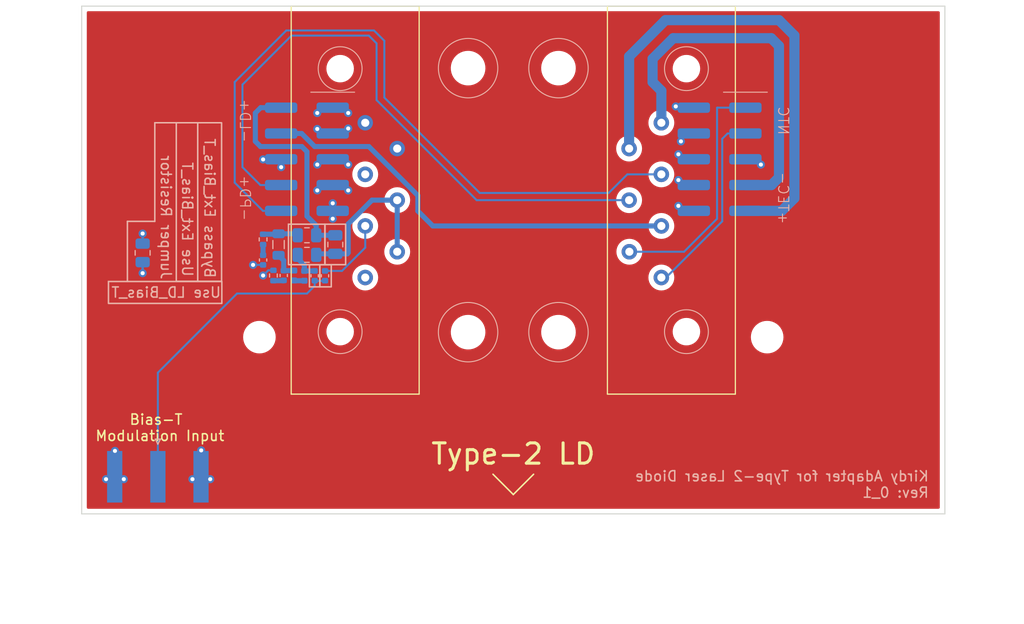
<source format=kicad_pcb>
(kicad_pcb (version 20221018) (generator pcbnew)
  (layers (0 "F.Cu" signal) (31 "B.Cu" signal) (34 "B.Paste" user) (35 "F.Paste" user) (36 "B.SilkS" user "B.Silkscreen") (37 "F.SilkS" user "F.Silkscreen") (38 "B.Mask" user) (39 "F.Mask" user) (44 "Edge.Cuts" user))
  (net 0 "")
  (net 1 "GND")
  (net 2 "/TEC+")
  (net 3 "/NTC+")
  (net 4 "/NTC-")
  (net 5 "/LD+")
  (net 6 "/TEC-")
  (net 7 "/PD-")
  (net 8 "/PD+")
  (net 9 "/LD-")
  (net 10 "/Mod_IN")
  (net 11 "/kirdy_LD+")
  (net 13 "/Butterfly_Mount_Mod_In")
  (net 15 "Net-(C2-Pad1)")
  (net 16 "Net-(C3-Pad1)")
  (net 17 "Net-(C3-Pad2)")
  (net 18 "Net-(L2-Pad2)")
  (net 19 "Net-(L3-Pad1)")
  (net 20 "Net-(C4-Pad1)")
  (footprint "MountingHole:MountingHole_2.7mm_M2.5" (layer "F.Cu") (at -25 17.5 180)
    (fp_text reference "H2" hide)
    (fp_text value "M2.5")
    (pad "" np_thru_hole circle (at 0 0 180) (size 2.7 2.7) (drill 2.7) (layers "*.Cu" "*.Mask"))
  )
  (footprint "laserSocket:Butterfly_Socket" (layer "F.Cu") (at 0 4.01 180)
    (fp_text reference "J3" hide)
    (fp_text value "Butterfly_Socket")
    (fp_circle (center -17.05 -12.95) (end -14.89 -12.95) (stroke (width 0.1)) (fill none) (layer "B.SilkS"))
    (fp_circle (center -17.05 12.95) (end -14.89 12.95) (stroke (width 0.1)) (fill none) (layer "B.SilkS"))
    (fp_circle (center -4.45 -13) (end -1.525 -13) (stroke (width 0.1)) (fill none) (layer "B.SilkS"))
    (fp_circle (center -4.45 13) (end -1.525 13) (stroke (width 0.1)) (fill none) (layer "B.SilkS"))
    (fp_circle (center 4.45 -13) (end 7.375 -13) (stroke (width 0.1)) (fill none) (layer "B.SilkS"))
    (fp_circle (center 4.45 13) (end 7.375 13) (stroke (width 0.1)) (fill none) (layer "B.SilkS"))
    (fp_circle (center 17.05 -12.95) (end 19.21 -12.95) (stroke (width 0.1)) (fill none) (layer "B.SilkS"))
    (fp_circle (center 17.05 12.95) (end 19.21 12.95) (stroke (width 0.1)) (fill none) (layer "B.SilkS"))
    (fp_line (start -21.87 -19.1) (end -21.87 19.1) (stroke (width 0.12)) (layer "F.SilkS"))
    (fp_line (start -21.87 19.1) (end -9.27 19.1) (stroke (width 0.12)) (layer "F.SilkS"))
    (fp_line (start -9.27 -19.1) (end -21.87 -19.1) (stroke (width 0.12)) (layer "F.SilkS"))
    (fp_line (start -9.27 19.1) (end -9.27 -19.1) (stroke (width 0.12)) (layer "F.SilkS"))
    (fp_line (start 9.27 -19.1) (end 21.87 -19.1) (stroke (width 0.12)) (layer "F.SilkS"))
    (fp_line (start 9.27 19.1) (end 9.27 -19.1) (stroke (width 0.12)) (layer "F.SilkS"))
    (fp_line (start 21.87 -19.1) (end 21.87 19.1) (stroke (width 0.12)) (layer "F.SilkS"))
    (fp_line (start 21.87 19.1) (end 9.27 19.1) (stroke (width 0.12)) (layer "F.SilkS"))
    (pad "" np_thru_hole circle locked (at -17.05 -12.95 180) (size 2.2 2.2) (drill 2.2) (layers "F&B.Cu" "*.Mask"))
    (pad "" np_thru_hole circle locked (at -17.05 12.95 180) (size 2.2 2.2) (drill 2.2) (layers "F&B.Cu" "*.Mask"))
    (pad "" np_thru_hole circle locked (at -4.45 -13 180) (size 2.9 2.9) (drill 2.9) (layers "F&B.Cu" "*.Mask"))
    (pad "" np_thru_hole circle locked (at -4.45 13 180) (size 2.9 2.9) (drill 2.9) (layers "F&B.Cu" "*.Mask"))
    (pad "" np_thru_hole circle locked (at 4.45 -13 180) (size 2.9 2.9) (drill 2.9) (layers "F&B.Cu" "*.Mask"))
    (pad "" np_thru_hole circle locked (at 4.45 13 180) (size 2.9 2.9) (drill 2.9) (layers "F&B.Cu" "*.Mask"))
    (pad "" np_thru_hole circle locked (at 17.05 -12.95 180) (size 2.2 2.2) (drill 2.2) (layers "F&B.Cu" "*.Mask"))
    (pad "" np_thru_hole circle locked (at 17.05 12.95 180) (size 2.2 2.2) (drill 2.2) (layers "F&B.Cu" "*.Mask"))
    (pad "1" thru_hole circle locked (at -14.58 -7.62 180) (size 1.524 1.524) (drill 0.8) (layers "*.Cu" "*.Mask") (net 3 "/NTC+"))
    (pad "2" thru_hole circle locked (at -11.43 -5.08 180) (size 1.524 1.524) (drill 0.8) (layers "*.Cu" "*.Mask") (net 4 "/NTC-"))
    (pad "3" thru_hole circle locked (at -14.58 -2.54 180) (size 1.524 1.524) (drill 0.8) (layers "*.Cu" "*.Mask") (net 9 "/LD-"))
    (pad "4" thru_hole circle locked (at -11.405 0 180) (size 1.524 1.524) (drill 0.8) (layers "*.Cu" "*.Mask") (net 8 "/PD+"))
    (pad "5" thru_hole circle locked (at -14.58 2.54 180) (size 1.524 1.524) (drill 0.8) (layers "*.Cu" "*.Mask") (net 7 "/PD-"))
    (pad "6" thru_hole circle locked (at -11.405 5.08 180) (size 1.524 1.524) (drill 0.8) (layers "*.Cu" "*.Mask") (net 2 "/TEC+"))
    (pad "7" thru_hole circle locked (at -14.58 7.62 180) (size 1.524 1.524) (drill 0.8) (layers "*.Cu" "*.Mask") (net 6 "/TEC-"))
    (pad "8" thru_hole circle locked (at 14.58 7.62 180) (size 1.524 1.524) (drill 0.8) (layers "*.Cu" "*.Mask") (net 1 "GND"))
    (pad "9" thru_hole circle locked (at 11.43 5.08 180) (size 1.524 1.524) (drill 0.8) (layers "*.Cu" "*.Mask") (net 1 "GND"))
    (pad "10" thru_hole circle locked (at 14.58 2.54 180) (size 1.524 1.524) (drill 0.8) (layers "*.Cu" "*.Mask"))
    (pad "11" thru_hole circle locked (at 11.43 0 180) (size 1.524 1.524) (drill 0.8) (layers "*.Cu" "*.Mask") (net 5 "/LD+"))
    (pad "12" thru_hole circle locked (at 14.58 -2.54 180) (size 1.524 1.524) (drill 0.8) (layers "*.Cu" "*.Mask") (net 13 "/Butterfly_Mount_Mod_In"))
    (pad "13" thru_hole circle locked (at 11.43 -5.08 180) (size 1.524 1.524) (drill 0.8) (layers "*.Cu" "*.Mask") (net 5 "/LD+"))
    (pad "14" thru_hole circle locked (at 14.58 -7.62 180) (size 1.524 1.524) (drill 0.8) (layers "*.Cu" "*.Mask"))
  )
  (footprint "MountingHole:MountingHole_2.7mm_M2.5" (layer "F.Cu") (at 25 17.5)
    (fp_text reference "H1" hide)
    (fp_text value "M2.5")
    (pad "" np_thru_hole circle (at 0 0) (size 2.7 2.7) (drill 2.7) (layers "*.Cu" "*.Mask"))
  )
  (footprint "Capacitor_SMD:C_0402_1005Metric" (layer "B.Cu") (at -19.558 11.458 -90)
    (fp_text reference "C4" hide)
    (fp_text value "10n RF")
    (fp_line (start -0.107836 -0.36) (end 0.107836 -0.36) (stroke (width 0.12)) (layer "B.SilkS"))
    (fp_line (start -0.107836 0.36) (end 0.107836 0.36) (stroke (width 0.12)) (layer "B.SilkS"))
    (pad "1" smd roundrect (at -0.48 0 270) (size 0.56 0.62) (layers "B.Cu" "B.Paste" "B.Mask") (net 20 "Net-(C4-Pad1)"))
    (pad "2" smd roundrect (at 0.48 0 270) (size 0.56 0.62) (layers "B.Cu" "B.Paste" "B.Mask") (net 10 "/Mod_IN"))
  )
  (footprint "Capacitor_SMD:C_0402_1005Metric" (layer "B.Cu") (at -22.606 11.43 -90)
    (fp_text reference "C3" hide)
    (fp_text value "100p")
    (fp_line (start -0.107836 -0.36) (end 0.107836 -0.36) (stroke (width 0.12)) (layer "B.SilkS"))
    (fp_line (start -0.107836 0.36) (end 0.107836 0.36) (stroke (width 0.12)) (layer "B.SilkS"))
    (pad "1" smd roundrect (at -0.48 0 270) (size 0.56 0.62) (layers "B.Cu" "B.Paste" "B.Mask") (net 16 "Net-(C3-Pad1)"))
    (pad "2" smd roundrect (at 0.48 0 270) (size 0.56 0.62) (layers "B.Cu" "B.Paste" "B.Mask") (net 17 "Net-(C3-Pad2)"))
  )
  (footprint "laserSocket:BG120-10-A-0-N-D" (layer "B.Cu") (at -20.3222 -0.0168 180)
    (fp_text reference "J5" hide)
    (fp_text value "BG120-10-A-0-N-D")
    (fp_line (start -4.699 6.604) (end -0.381 6.604) (stroke (width 0.1)) (layer "B.SilkS"))
    (pad "1" smd roundrect locked (at -2.54 5.08 90) (size 1.02 3.185) (layers "B.Cu" "B.Paste" "B.Mask") (net 1 "GND"))
    (pad "2" smd roundrect locked (at 2.54 5.08 90) (size 1.02 3.185) (layers "B.Cu" "B.Paste" "B.Mask") (net 11 "/kirdy_LD+"))
    (pad "3" smd roundrect locked (at -2.54 2.54 90) (size 1.02 3.185) (layers "B.Cu" "B.Paste" "B.Mask") (net 1 "GND"))
    (pad "4" smd roundrect locked (at 2.54 2.54 90) (size 1.02 3.185) (layers "B.Cu" "B.Paste" "B.Mask") (net 9 "/LD-"))
    (pad "5" smd roundrect locked (at -2.54 0 90) (size 1.02 3.185) (layers "B.Cu" "B.Paste" "B.Mask") (net 1 "GND"))
    (pad "6" smd roundrect locked (at 2.54 0 90) (size 1.02 3.185) (layers "B.Cu" "B.Paste" "B.Mask") (net 1 "GND"))
    (pad "7" smd roundrect locked (at -2.54 -2.54 90) (size 1.02 3.185) (layers "B.Cu" "B.Paste" "B.Mask") (net 1 "GND"))
    (pad "8" smd roundrect locked (at 2.54 -2.54 90) (size 1.02 3.185) (layers "B.Cu" "B.Paste" "B.Mask") (net 8 "/PD+"))
    (pad "9" smd roundrect locked (at -2.54 -5.08 90) (size 1.02 3.185) (layers "B.Cu" "B.Paste" "B.Mask") (net 1 "GND"))
    (pad "10" smd roundrect locked (at 2.54 -5.08 90) (size 1.02 3.185) (layers "B.Cu" "B.Paste" "B.Mask") (net 7 "/PD-"))
  )
  (footprint "laserSocket:BG120-10-A-0-N-D" (layer "B.Cu") (at 20.3178 -0.0168 180)
    (fp_text reference "J1" hide)
    (fp_text value "BG120-10-A-0-N-D")
    (fp_line (start -4.699 6.604) (end -0.381 6.604) (stroke (width 0.1)) (layer "B.SilkS"))
    (pad "1" smd roundrect locked (at -2.54 5.08 90) (size 1.02 3.185) (layers "B.Cu" "B.Paste" "B.Mask") (net 4 "/NTC-"))
    (pad "2" smd roundrect locked (at 2.54 5.08 90) (size 1.02 3.185) (layers "B.Cu" "B.Paste" "B.Mask") (net 1 "GND"))
    (pad "3" smd roundrect locked (at -2.54 2.54 90) (size 1.02 3.185) (layers "B.Cu" "B.Paste" "B.Mask") (net 3 "/NTC+"))
    (pad "4" smd roundrect locked (at 2.54 2.54 90) (size 1.02 3.185) (layers "B.Cu" "B.Paste" "B.Mask") (net 1 "GND"))
    (pad "5" smd roundrect locked (at -2.54 0 90) (size 1.02 3.185) (layers "B.Cu" "B.Paste" "B.Mask") (net 1 "GND"))
    (pad "6" smd roundrect locked (at 2.54 0 90) (size 1.02 3.185) (layers "B.Cu" "B.Paste" "B.Mask") (net 1 "GND"))
    (pad "7" smd roundrect locked (at -2.54 -2.54 90) (size 1.02 3.185) (layers "B.Cu" "B.Paste" "B.Mask") (net 6 "/TEC-"))
    (pad "8" smd roundrect locked (at 2.54 -2.54 90) (size 1.02 3.185) (layers "B.Cu" "B.Paste" "B.Mask") (net 1 "GND"))
    (pad "9" smd roundrect locked (at -2.54 -5.08 90) (size 1.02 3.185) (layers "B.Cu" "B.Paste" "B.Mask") (net 2 "/TEC+"))
    (pad "10" smd roundrect locked (at 2.54 -5.08 90) (size 1.02 3.185) (layers "B.Cu" "B.Paste" "B.Mask") (net 1 "GND"))
  )
  (footprint "Resistor_SMD:R_0805_2012Metric" (layer "B.Cu") (at -36.5 9.2 -90)
    (fp_text reference "R2" hide)
    (fp_text value "0")
    (fp_line (start -0.227064 -0.735) (end 0.227064 -0.735) (stroke (width 0.12)) (layer "B.SilkS"))
    (fp_line (start -0.227064 0.735) (end 0.227064 0.735) (stroke (width 0.12)) (layer "B.SilkS"))
    (pad "1" smd roundrect (at -0.9125 0 270) (size 1.025 1.4) (layers "B.Cu" "B.Paste" "B.Mask") (roundrect_rratio 0.243902) (net 1 "GND"))
    (pad "2" smd roundrect (at 0.9125 0 270) (size 1.025 1.4) (layers "B.Cu" "B.Paste" "B.Mask") (roundrect_rratio 0.243902) (net 1 "GND"))
  )
  (footprint "Capacitor_SMD:C_0402_1005Metric" (layer "B.Cu") (at -18.542 11.458 -90)
    (fp_text reference "C1" hide)
    (fp_text value "10n RF")
    (fp_line (start -0.107836 -0.36) (end 0.107836 -0.36) (stroke (width 0.12)) (layer "B.SilkS"))
    (fp_line (start -0.107836 0.36) (end 0.107836 0.36) (stroke (width 0.12)) (layer "B.SilkS"))
    (pad "1" smd roundrect (at -0.48 0 270) (size 0.56 0.62) (layers "B.Cu" "B.Paste" "B.Mask") (net 13 "/Butterfly_Mount_Mod_In"))
    (pad "2" smd roundrect (at 0.48 0 270) (size 0.56 0.62) (layers "B.Cu" "B.Paste" "B.Mask") (net 10 "/Mod_IN"))
  )
  (footprint "Resistor_SMD:R_0402_1005Metric" (layer "B.Cu") (at -24.638 7.874 -90)
    (fp_text reference "R5" hide)
    (fp_text value "0")
    (fp_line (start -0.153641 -0.38) (end 0.153641 -0.38) (stroke (width 0.12)) (layer "B.SilkS"))
    (fp_line (start -0.153641 0.38) (end 0.153641 0.38) (stroke (width 0.12)) (layer "B.SilkS"))
    (pad "1" smd roundrect (at -0.51 0 270) (size 0.54 0.64) (layers "B.Cu" "B.Paste" "B.Mask") (net 18 "Net-(L2-Pad2)"))
    (pad "2" smd roundrect (at 0.51 0 270) (size 0.54 0.64) (layers "B.Cu" "B.Paste" "B.Mask") (net 15 "Net-(C2-Pad1)"))
  )
  (footprint "Resistor_SMD:R_0402_1005Metric" (layer "B.Cu") (at -23.622 11.43 90)
    (fp_text reference "R6" hide)
    (fp_text value "340")
    (fp_line (start -0.153641 -0.38) (end 0.153641 -0.38) (stroke (width 0.12)) (layer "B.SilkS"))
    (fp_line (start -0.153641 0.38) (end 0.153641 0.38) (stroke (width 0.12)) (layer "B.SilkS"))
    (pad "1" smd roundrect (at -0.51 0 90) (size 0.54 0.64) (layers "B.Cu" "B.Paste" "B.Mask") (net 17 "Net-(C3-Pad2)"))
    (pad "2" smd roundrect (at 0.51 0 90) (size 0.54 0.64) (layers "B.Cu" "B.Paste" "B.Mask") (net 1 "GND"))
  )
  (footprint "Resistor_SMD:R_0805_2012Metric" (layer "B.Cu") (at -20.32 7.4676 180)
    (fp_text reference "R8" hide)
    (fp_text value "0")
    (fp_line (start -0.227064 -0.735) (end 0.227064 -0.735) (stroke (width 0.12)) (layer "B.SilkS"))
    (fp_line (start -0.227064 0.735) (end 0.227064 0.735) (stroke (width 0.12)) (layer "B.SilkS"))
    (pad "1" smd roundrect (at -0.9125 0 180) (size 1.025 1.4) (layers "B.Cu" "B.Paste" "B.Mask") (roundrect_rratio 0.243902) (net 11 "/kirdy_LD+"))
    (pad "2" smd roundrect (at 0.9125 0 180) (size 1.025 1.4) (layers "B.Cu" "B.Paste" "B.Mask") (roundrect_rratio 0.243902) (net 18 "Net-(L2-Pad2)"))
  )
  (footprint "Inductor_SMD:L_0805_2012Metric" (layer "B.Cu") (at -23.114 8.382 90)
    (fp_text reference "L2" hide)
    (fp_text value "1uH")
    (fp_line (start -0.399622 -0.56) (end 0.399622 -0.56) (stroke (width 0.12)) (layer "B.SilkS"))
    (fp_line (start -0.399622 0.56) (end 0.399622 0.56) (stroke (width 0.12)) (layer "B.SilkS"))
    (pad "1" smd roundrect (at -1.0625 0 90) (size 0.875 1.2) (layers "B.Cu" "B.Paste" "B.Mask") (net 16 "Net-(C3-Pad1)"))
    (pad "2" smd roundrect (at 1.0625 0 90) (size 0.875 1.2) (layers "B.Cu" "B.Paste" "B.Mask") (net 18 "Net-(L2-Pad2)"))
  )
  (footprint "Resistor_SMD:R_0805_2012Metric" (layer "B.Cu") (at -17.526 8.382 -90)
    (fp_text reference "R7" hide)
    (fp_text value "0")
    (fp_line (start -0.227064 -0.735) (end 0.227064 -0.735) (stroke (width 0.12)) (layer "B.SilkS"))
    (fp_line (start -0.227064 0.735) (end 0.227064 0.735) (stroke (width 0.12)) (layer "B.SilkS"))
    (pad "1" smd roundrect (at -0.9125 0 270) (size 1.025 1.4) (layers "B.Cu" "B.Paste" "B.Mask") (roundrect_rratio 0.243902) (net 11 "/kirdy_LD+"))
    (pad "2" smd roundrect (at 0.9125 0 270) (size 1.025 1.4) (layers "B.Cu" "B.Paste" "B.Mask") (roundrect_rratio 0.243902) (net 5 "/LD+"))
  )
  (footprint "Connector_Coaxial:SMA_Amphenol_132289_EdgeMount" (layer "B.Cu") (at -35 31.25 -90)
    (fp_text reference "J4" hide)
    (fp_text value "Conn_Coaxial")
    (fp_line (start -3.71 -0.25) (end -3.21 0) (stroke (width 0.12)) (layer "B.SilkS"))
    (fp_line (start -3.71 0.25) (end -3.71 -0.25) (stroke (width 0.12)) (layer "B.SilkS"))
    (fp_line (start -3.21 0) (end -3.71 0.25) (stroke (width 0.12)) (layer "B.SilkS"))
    (pad "1" smd rect (at 0 0 180) (size 1.5 5.08) (layers "B.Cu" "B.Paste" "B.Mask") (net 10 "/Mod_IN"))
    (pad "2" smd rect (at 0 -4.25 180) (size 1.5 5.08) (layers "F.Cu" "F.Paste" "F.Mask") (net 1 "GND"))
    (pad "2" smd rect (at 0 -4.25 180) (size 1.5 5.08) (layers "B.Cu" "B.Paste" "B.Mask") (net 1 "GND"))
    (pad "2" smd rect (at 0 4.25 180) (size 1.5 5.08) (layers "F.Cu" "F.Paste" "F.Mask") (net 1 "GND"))
    (pad "2" smd rect (at 0 4.25 180) (size 1.5 5.08) (layers "B.Cu" "B.Paste" "B.Mask") (net 1 "GND"))
  )
  (footprint "Inductor_SMD:L_0402_1005Metric" (layer "B.Cu") (at -21.59 11.43 90)
    (fp_text reference "L3" hide)
    (fp_text value "56n")
    (pad "1" smd roundrect (at -0.485 0 90) (size 0.59 0.64) (layers "B.Cu" "B.Paste" "B.Mask") (net 19 "Net-(L3-Pad1)"))
    (pad "2" smd roundrect (at 0.485 0 90) (size 0.59 0.64) (layers "B.Cu" "B.Paste" "B.Mask") (net 16 "Net-(C3-Pad1)"))
  )
  (footprint "laserSocket:kirdy_socket" (layer "B.Cu") (at 0 0 180)
    (fp_text reference "J2" hide)
    (fp_text value "kirdy")
    (fp_text user "+TEC-" (at -26 -3.81 270 unlocked) (layer "B.SilkS") (effects (font (thickness 0.1)) (justify bottom mirror)))
    (fp_text user "-PD+" (at 27 -3.81 270 unlocked) (layer "B.SilkS") (effects (font (thickness 0.1)) (justify bottom mirror)))
    (fp_text user "NTC" (at -26 3.81 270 unlocked) (layer "B.SilkS") (effects (font (thickness 0.1)) (justify bottom mirror)))
    (fp_text user "-LD+" (at 27 3.81 270 unlocked) (layer "B.SilkS") (effects (font (thickness 0.1)) (justify bottom mirror)))
  )
  (footprint "Inductor_SMD:L_0402_1005Metric" (layer "B.Cu") (at -20.574 11.458 -90)
    (fp_text reference "L4" hide)
    (fp_text value "56n")
    (pad "1" smd roundrect (at -0.485 0 270) (size 0.59 0.64) (layers "B.Cu" "B.Paste" "B.Mask") (net 20 "Net-(C4-Pad1)"))
    (pad "2" smd roundrect (at 0.485 0 270) (size 0.59 0.64) (layers "B.Cu" "B.Paste" "B.Mask") (net 19 "Net-(L3-Pad1)"))
  )
  (footprint "Resistor_SMD:R_0805_2012Metric" (layer "B.Cu") (at -20.32 9.398 180)
    (fp_text reference "R1" hide)
    (fp_text value "0")
    (fp_line (start -0.227064 -0.735) (end 0.227064 -0.735) (stroke (width 0.12)) (layer "B.SilkS"))
    (fp_line (start -0.227064 0.735) (end 0.227064 0.735) (stroke (width 0.12)) (layer "B.SilkS"))
    (pad "1" smd roundrect (at -0.9125 0 180) (size 1.025 1.4) (layers "B.Cu" "B.Paste" "B.Mask") (roundrect_rratio 0.243902) (net 5 "/LD+"))
    (pad "2" smd roundrect (at 0.9125 0 180) (size 1.025 1.4) (layers "B.Cu" "B.Paste" "B.Mask") (roundrect_rratio 0.243902) (net 20 "Net-(C4-Pad1)"))
  )
  (footprint "Capacitor_SMD:C_0402_1005Metric" (layer "B.Cu") (at -24.638 9.906 -90)
    (fp_text reference "C2" hide)
    (fp_text value "10n")
    (fp_line (start -0.107836 -0.36) (end 0.107836 -0.36) (stroke (width 0.12)) (layer "B.SilkS"))
    (fp_line (start -0.107836 0.36) (end 0.107836 0.36) (stroke (width 0.12)) (layer "B.SilkS"))
    (pad "1" smd roundrect (at -0.48 0 270) (size 0.56 0.62) (layers "B.Cu" "B.Paste" "B.Mask") (net 15 "Net-(C2-Pad1)"))
    (pad "2" smd roundrect (at 0.48 0 270) (size 0.56 0.62) (layers "B.Cu" "B.Paste" "B.Mask") (net 1 "GND"))
  )
  (gr_line (start -35.3 6.1) (end -35.3 -3.612) (stroke (width 0.15)) (layer "B.SilkS"))
  (gr_line (start -35.3 -3.612) (end -33.1848 -3.612) (stroke (width 0.15)) (layer "B.SilkS"))
  (gr_rect (start -18.542 6.3768) (end -16.51 10.3632) (stroke (width 0.15)) (fill none) (layer "B.SilkS"))
  (gr_rect (start -22.1368 6.3768) (end -18.5548 10.3632) (stroke (width 0.15)) (fill none) (layer "B.SilkS"))
  (gr_line (start -38 6.1) (end -35.3 6.1) (stroke (width 0.15)) (layer "B.SilkS"))
  (gr_rect (start -31.0744 -3.612) (end -28.7256 12) (stroke (width 0.15)) (fill none) (layer "B.SilkS"))
  (gr_line (start -38 12) (end -38 6.1) (stroke (width 0.15)) (layer "B.SilkS"))
  (gr_rect (start -19.05 10.375) (end -17.925 12.55) (stroke (width 0.15)) (fill none) (layer "B.SilkS"))
  (gr_rect (start -20.075 10.375) (end -19.05 12.55) (stroke (width 0.15)) (fill none) (layer "B.SilkS"))
  (gr_rect (start -33.1848 -3.612) (end -31.0744 12) (stroke (width 0.15)) (fill none) (layer "B.SilkS"))
  (gr_rect (start -39.8644 12.0212) (end -28.7 14.1788) (stroke (width 0.15)) (fill none) (layer "B.SilkS"))
  (gr_line (start 0 33) (end 2 31) (stroke (width 0.15)) (layer "F.SilkS"))
  (gr_line (start 0 33) (end -2 31) (stroke (width 0.15)) (layer "F.SilkS"))
  (gr_line (start -42.5 34.9032) (end 42.5 34.9032) (stroke (width 0.1)) (layer "Edge.Cuts"))
  (gr_line (start 42.5 -15.0968) (end -42.5 -15.0968) (stroke (width 0.1)) (layer "Edge.Cuts"))
  (gr_line (start -42.5 -15.0968) (end -42.5 34.9032) (stroke (width 0.1)) (layer "Edge.Cuts"))
  (gr_line (start 42.5 34.9032) (end 42.5 -15.0968) (stroke (width 0.1)) (layer "Edge.Cuts"))
  (gr_text "Jumper Resistor" (at -34.2 5.7 -90) (layer "B.SilkS") (effects (font (size 1 1)) (justify mirror)))
  (gr_text "Use Ext_Bias_T" (at -32.1024 11.618 270) (layer "B.SilkS") (effects (font (size 1 1)) (justify left mirror)))
  (gr_text "Bypass Ext_Bias_T" (at -29.9 4.8 270) (layer "B.SilkS") (effects (font (size 1 1)) (justify mirror)))
  (gr_text "Use LD_Bias_T" (at -28.7 13.1) (layer "B.SilkS") (effects (font (size 1 1)) (justify left mirror)))
  (gr_text "Kirdy Adapter for Type-2 Laser Diode\nRev: 0_1" (at 41 32) (layer "B.SilkS") (effects (font (size 1 1)) (justify left mirror)))
  (gr_text "Type-2 LD" (at 0 29) (layer "F.SilkS") (effects (font (size 2 2) (thickness 0.3))))
  (gr_text "Bias-T \nModulation Input" (at -34.798 26.416) (layer "F.SilkS") (effects (font (size 1 1))))
  (via (at -16.256 3.048) (size 0.8) (drill 0.4) (layers "F.Cu" "B.Cu") (net 1))
  (via (at -31.5952 31.4872) (size 0.8) (drill 0.4) (layers "F.Cu" "B.Cu") (net 1))
  (via (at -39.2266 28.702) (size 0.8) (drill 0.4) (layers "F.Cu" "B.Cu") (net 1))
  (via (at 16.256 2.032) (size 0.8) (drill 0.4) (layers "F.Cu" "B.Cu") (net 1))
  (via (at -38.3542 31.4872) (size 0.8) (drill 0.4) (layers "F.Cu" "B.Cu") (net 1))
  (via (at -19.304 -4.572) (size 0.8) (drill 0.4) (layers "F.Cu" "B.Cu") (net 1))
  (via (at 16 -5.2195) (size 0.8) (drill 0.4) (layers "F.Cu" "B.Cu") (net 1))
  (via (at -22.86 0.762) (size 0.8) (drill 0.4) (layers "F.Cu" "B.Cu") (net 1))
  (via (at 24.384 0.508) (size 0.8) (drill 0.4) (layers "F.Cu" "B.Cu") (net 1))
  (via (at -17.78 4.318) (size 0.8) (drill 0.4) (layers "F.Cu" "B.Cu") (net 1))
  (via (at -30.734 28.6512) (size 0.8) (drill 0.4) (layers "F.Cu" "B.Cu") (net 1))
  (via (at 16.51 -1.778) (size 0.8) (drill 0.4) (layers "F.Cu" "B.Cu") (net 1))
  (via (at -24.638 11.43) (size 0.8) (drill 0.4) (layers "F.Cu" "B.Cu") (net 1))
  (via (at -19.304 3.048) (size 0.8) (drill 0.4) (layers "F.Cu" "B.Cu") (net 1))
  (via (at -24.638 0) (size 0.8) (drill 0.4) (layers "F.Cu" "B.Cu") (net 1))
  (via (at -19.304 -3) (size 0.8) (drill 0.4) (layers "F.Cu" "B.Cu") (net 1))
  (via (at -29.8452 31.4872) (size 0.8) (drill 0.4) (layers "F.Cu" "B.Cu") (net 1))
  (via (at -25.626 10.386) (size 0.8) (drill 0.4) (layers "F.Cu" "B.Cu") (net 1))
  (via (at -17.78 5.842) (size 0.8) (drill 0.4) (layers "F.Cu" "B.Cu") (net 1))
  (via (at -36.5 7.3) (size 0.8) (drill 0.4) (layers "F.Cu" "B.Cu") (net 1))
  (via (at -19.304 0.508) (size 0.8) (drill 0.4) (layers "F.Cu" "B.Cu") (net 1))
  (via (at -16.256 -3.048) (size 0.8) (drill 0.4) (layers "F.Cu" "B.Cu") (net 1))
  (via (at 16.256 -0.508) (size 0.8) (drill 0.4) (layers "F.Cu" "B.Cu") (net 1))
  (via (at -16.256 -4.572) (size 0.8) (drill 0.4) (layers "F.Cu" "B.Cu") (net 1))
  (via (at -16.256 0.508) (size 0.8) (drill 0.4) (layers "F.Cu" "B.Cu") (net 1))
  (via (at -40.1042 31.4872) (size 0.8) (drill 0.4) (layers "F.Cu" "B.Cu") (net 1))
  (via (at -36.5 11.2) (size 0.8) (drill 0.4) (layers "F.Cu" "B.Cu") (net 1))
  (via (at 16.256 4.572) (size 0.8) (drill 0.4) (layers "F.Cu" "B.Cu") (net 1))
  (segment (start -36.5 10.1125) (end -36.5 11.2) (width 0.25) (layer "B.Cu") (net 1))
  (segment (start -24.638 11.43) (end -24.128 10.92) (width 0.2) (layer "B.Cu") (net 1))
  (segment (start -36.5 8.2875) (end -36.5 7.3) (width 0.25) (layer "B.Cu") (net 1))
  (segment (start -24.128 10.92) (end -23.622 10.92) (width 0.2) (layer "B.Cu") (net 1))
  (segment (start -36.5 11.2) (end -36.5 11.1) (width 0.25) (layer "B.Cu") (net 1))
  (segment (start -24.638 10.386) (end -25.626 10.386) (width 0.2) (layer "B.Cu") (net 1))
  (segment (start 26.162 -13.716) (end 27.686 -12.192) (width 1) (layer "B.Cu") (net 2))
  (segment (start 26.4328 5.0632) (end 22.8578 5.0632) (width 1) (layer "B.Cu") (net 2))
  (segment (start 11.405 -1.07) (end 11.405 -10.135) (width 1) (layer "B.Cu") (net 2))
  (segment (start 14.986 -13.716) (end 26.162 -13.716) (width 1) (layer "B.Cu") (net 2))
  (segment (start 11.405 -10.135) (end 14.986 -13.716) (width 1) (layer "B.Cu") (net 2))
  (segment (start 27.686 -12.192) (end 27.686 3.81) (width 1) (layer "B.Cu") (net 2))
  (segment (start 27.686 3.81) (end 26.4328 5.0632) (width 1) (layer "B.Cu") (net 2))
  (segment (start 20.574 6.096) (end 20.574 -2.032) (width 0.2) (layer "B.Cu") (net 3))
  (segment (start 14.58 11.63) (end 15.04 11.63) (width 0.2) (layer "B.Cu") (net 3))
  (segment (start 21.0988 -2.5568) (end 22.8578 -2.5568) (width 0.2) (layer "B.Cu") (net 3))
  (segment (start 20.574 -2.032) (end 21.0988 -2.5568) (width 0.2) (layer "B.Cu") (net 3))
  (segment (start 15.04 11.63) (end 20.574 6.096) (width 0.2) (layer "B.Cu") (net 3))
  (segment (start 20.066 -5.08) (end 20.066 5.842) (width 0.2) (layer "B.Cu") (net 4))
  (segment (start 16.818 9.09) (end 11.43 9.09) (width 0.2) (layer "B.Cu") (net 4))
  (segment (start 22.8578 -5.0968) (end 20.0828 -5.0968) (width 0.2) (layer "B.Cu") (net 4))
  (segment (start 20.066 5.842) (end 16.818 9.09) (width 0.2) (layer "B.Cu") (net 4))
  (segment (start 20.0828 -5.0968) (end 20.066 -5.08) (width 0.2) (layer "B.Cu") (net 4))
  (segment (start -17.526 9.2945) (end -19.304 9.2945) (width 0.5) (layer "B.Cu") (net 5))
  (segment (start -19.304 9.2945) (end -19.4075 9.398) (width 0.5) (layer "B.Cu") (net 5))
  (segment (start -16.3595 9.2945) (end -17.526 9.2945) (width 0.5) (layer "B.Cu") (net 5))
  (segment (start -16.3576 9.2964) (end -16.3595 9.2945) (width 0.5) (layer "B.Cu") (net 5))
  (segment (start -11.43 4.01) (end -11.43 9.09) (width 0.5) (layer "B.Cu") (net 5))
  (segment (start -16.256 9.1948) (end -16.3576 9.2964) (width 0.5) (layer "B.Cu") (net 5))
  (segment (start -11.43 4.01) (end -13.916 4.01) (width 0.5) (layer "B.Cu") (net 5))
  (segment (start -16.256 6.35) (end -16.256 9.1948) (width 0.5) (layer "B.Cu") (net 5))
  (segment (start -13.916 4.01) (end -16.256 6.35) (width 0.5) (layer "B.Cu") (net 5))
  (segment (start 14.58 -6.756) (end 13.716 -7.62) (width 1) (layer "B.Cu") (net 6))
  (segment (start 13.716 -9.906) (end 15.748 -11.938) (width 1) (layer "B.Cu") (net 6))
  (segment (start 13.716 -7.62) (end 13.716 -9.906) (width 1) (layer "B.Cu") (net 6))
  (segment (start 14.58 -3.61) (end 14.58 -6.756) (width 1) (layer "B.Cu") (net 6))
  (segment (start 26.162 -11.176) (end 26.162 1.778) (width 1) (layer "B.Cu") (net 6))
  (segment (start 26.162 1.778) (end 25.4168 2.5232) (width 1) (layer "B.Cu") (net 6))
  (segment (start 25.4168 2.5232) (end 22.8578 2.5232) (width 1) (layer "B.Cu") (net 6))
  (segment (start 15.748 -11.938) (end 25.4 -11.938) (width 1) (layer "B.Cu") (net 6))
  (segment (start 25.4 -11.938) (end 26.162 -11.176) (width 1) (layer "B.Cu") (net 6))
  (segment (start -12.7 -11.684) (end -13.716 -12.7) (width 0.2) (layer "B.Cu") (net 7))
  (segment (start -27.432 2.286) (end -24.6548 5.0632) (width 0.2) (layer "B.Cu") (net 7))
  (segment (start -13.716 -12.7) (end -22.352 -12.7) (width 0.2) (layer "B.Cu") (net 7))
  (segment (start -3.302 3.302) (end -12.7 -6.096) (width 0.2) (layer "B.Cu") (net 7))
  (segment (start -24.6548 5.0632) (end -22.8622 5.0632) (width 0.2) (layer "B.Cu") (net 7))
  (segment (start 14.58 1.47) (end 11.23 1.47) (width 0.2) (layer "B.Cu") (net 7))
  (segment (start -22.352 -12.7) (end -27.432 -7.62) (width 0.2) (layer "B.Cu") (net 7))
  (segment (start -12.7 -6.096) (end -12.7 -11.684) (width 0.2) (layer "B.Cu") (net 7))
  (segment (start 11.23 1.47) (end 9.398 3.302) (width 0.2) (layer "B.Cu") (net 7))
  (segment (start -27.432 -7.62) (end -27.432 2.286) (width 0.2) (layer "B.Cu") (net 7))
  (segment (start 9.398 3.302) (end -3.302 3.302) (width 0.2) (layer "B.Cu") (net 7))
  (segment (start -21.844 -12.192) (end -26.67 -7.366) (width 0.2) (layer "B.Cu") (net 8))
  (segment (start -13.462 -11.43) (end -14.224 -12.192) (width 0.2) (layer "B.Cu") (net 8))
  (segment (start -24.9088 2.5232) (end -22.8622 2.5232) (width 0.2) (layer "B.Cu") (net 8))
  (segment (start -26.67 -7.366) (end -26.67 0.762) (width 0.2) (layer "B.Cu") (net 8))
  (segment (start -3.61 4.01) (end -13.462 -5.842) (width 0.2) (layer "B.Cu") (net 8))
  (segment (start 11.405 4.01) (end -3.61 4.01) (width 0.2) (layer "B.Cu") (net 8))
  (segment (start -14.224 -12.192) (end -21.844 -12.192) (width 0.2) (layer "B.Cu") (net 8))
  (segment (start -26.67 0.762) (end -24.9088 2.5232) (width 0.2) (layer "B.Cu") (net 8))
  (segment (start -13.462 -5.842) (end -13.462 -11.43) (width 0.2) (layer "B.Cu") (net 8))
  (segment (start -9.398 5.08) (end -9.398 3.556) (width 0.5) (layer "B.Cu") (net 9))
  (segment (start -7.928 6.55) (end -9.398 5.08) (width 0.5) (layer "B.Cu") (net 9))
  (segment (start -9.398 3.556) (end -14.224 -1.27) (width 0.5) (layer "B.Cu") (net 9))
  (segment (start 14.58 6.55) (end -7.928 6.55) (width 0.5) (layer "B.Cu") (net 9))
  (segment (start -20.8448 -2.5568) (end -22.8622 -2.5568) (width 0.5) (layer "B.Cu") (net 9))
  (segment (start -14.224 -1.27) (end -19.558 -1.27) (width 0.5) (layer "B.Cu") (net 9))
  (segment (start -19.558 -1.27) (end -20.8448 -2.5568) (width 0.5) (layer "B.Cu") (net 9))
  (segment (start -19.528 11.968) (end -19.558 11.938) (width 0.2) (layer "B.Cu") (net 10))
  (segment (start -19.558 12.446) (end -19.558 11.938) (width 0.2) (layer "B.Cu") (net 10))
  (segment (start -18.542 11.968) (end -19.528 11.968) (width 0.2) (layer "B.Cu") (net 10))
  (segment (start -27.208 13.208) (end -20.32 13.208) (width 0.2) (layer "B.Cu") (net 10))
  (segment (start -35 21) (end -27.208 13.208) (width 0.2) (layer "B.Cu") (net 10))
  (segment (start -20.32 13.208) (end -19.558 12.446) (width 0.2) (layer "B.Cu") (net 10))
  (segment (start -35 31.25) (end -35 21) (width 0.2) (layer "B.Cu") (net 10))
  (segment (start -19.2551 7.4676) (end -17.5279 7.4676) (width 0.5) (layer "B.Cu") (net 11))
  (segment (start -20.828 -1.27) (end -20.32 -0.762) (width 0.5) (layer "B.Cu") (net 11))
  (segment (start -20.32 5.588) (end -19.4075 6.5005) (width 0.5) (layer "B.Cu") (net 11))
  (segment (start -22.8622 -5.0968) (end -24.8752 -5.0968) (width 0.5) (layer "B.Cu") (net 11))
  (segment (start -25.4 -4.572) (end -25.4 -1.778) (width 0.5) (layer "B.Cu") (net 11))
  (segment (start -24.8752 -5.0968) (end -25.4 -4.572) (width 0.5) (layer "B.Cu") (net 11))
  (segment (start -17.5279 7.4676) (end -17.526 7.4695) (width 0.5) (layer "B.Cu") (net 11))
  (segment (start -24.892 -1.27) (end -20.828 -1.27) (width 0.5) (layer "B.Cu") (net 11))
  (segment (start -25.4 -1.778) (end -24.892 -1.27) (width 0.5) (layer "B.Cu") (net 11))
  (segment (start -19.4075 6.5005) (end -19.4075 7.4676) (width 0.5) (layer "B.Cu") (net 11))
  (segment (start -20.32 -0.762) (end -20.32 5.588) (width 0.5) (layer "B.Cu") (net 11))
  (segment (start -16.8708 10.978) (end -14.58 8.6872) (width 0.2) (layer "B.Cu") (net 13))
  (segment (start -14.58 6.55) (end -14.58 8.6872) (width 0.2) (layer "B.Cu") (net 13))
  (segment (start -18.542 10.978) (end -16.8708 10.978) (width 0.2) (layer "B.Cu") (net 13))
  (segment (start -24.638 8.384) (end -24.638 9.426) (width 0.5) (layer "B.Cu") (net 15))
  (segment (start -22.606 10.95) (end -21.595 10.95) (width 0.5) (layer "B.Cu") (net 16))
  (segment (start -22.606 10.95) (end -22.606 9.9525) (width 0.5) (layer "B.Cu") (net 16))
  (segment (start -22.606 9.9525) (end -23.114 9.4445) (width 0.5) (layer "B.Cu") (net 16))
  (segment (start -21.595 10.95) (end -21.59 10.945) (width 0.5) (layer "B.Cu") (net 16))
  (segment (start -22.636 11.94) (end -22.606 11.91) (width 0.5) (layer "B.Cu") (net 17))
  (segment (start -23.622 11.94) (end -22.636 11.94) (width 0.5) (layer "B.Cu") (net 17))
  (segment (start -21.3806 7.3195) (end -21.2325 7.4676) (width 0.5) (layer "B.Cu") (net 18))
  (segment (start -23.114 7.3195) (end -21.3806 7.3195) (width 0.5) (layer "B.Cu") (net 18))
  (segment (start -24.638 7.364) (end -23.1585 7.364) (width 0.5) (layer "B.Cu") (net 18))
  (segment (start -23.1585 7.364) (end -23.114 7.3195) (width 0.5) (layer "B.Cu") (net 18))
  (segment (start -21.562 11.943) (end -21.59 11.915) (width 0.5) (layer "B.Cu") (net 19))
  (segment (start -20.574 11.943) (end -21.562 11.943) (width 0.5) (layer "B.Cu") (net 19))
  (segment (start -19.558 10.978) (end -20.569 10.978) (width 0.5) (layer "B.Cu") (net 20))
  (segment (start -20.574 10.414) (end -20.574 10.973) (width 0.5) (layer "B.Cu") (net 20))
  (segment (start -21.2325 9.7555) (end -20.574 10.414) (width 0.5) (layer "B.Cu") (net 20))
  (segment (start -19.563 10.973) (end -19.558 10.978) (width 0.5) (layer "B.Cu") (net 20))
  (segment (start -21.2325 9.398) (end -21.2325 9.7555) (width 0.5) (layer "B.Cu") (net 20))
  (segment (start -20.569 10.978) (end -20.574 10.973) (width 0.5) (layer "B.Cu") (net 20))
  (zone (net 1) (net_name "GND") (layer "F.Cu") (priority 2) (connect_pads yes (clearance 0.508)) (min_thickness 0.25) (fill yes (thermal_gap 0.5) (thermal_bridge_width 0.5))
    (polygon (pts (xy -50.546 -15.494) (xy -50.546 35.814) (xy 50.292 36.068) (xy 50.038 -15.24)))
  )
)
</source>
